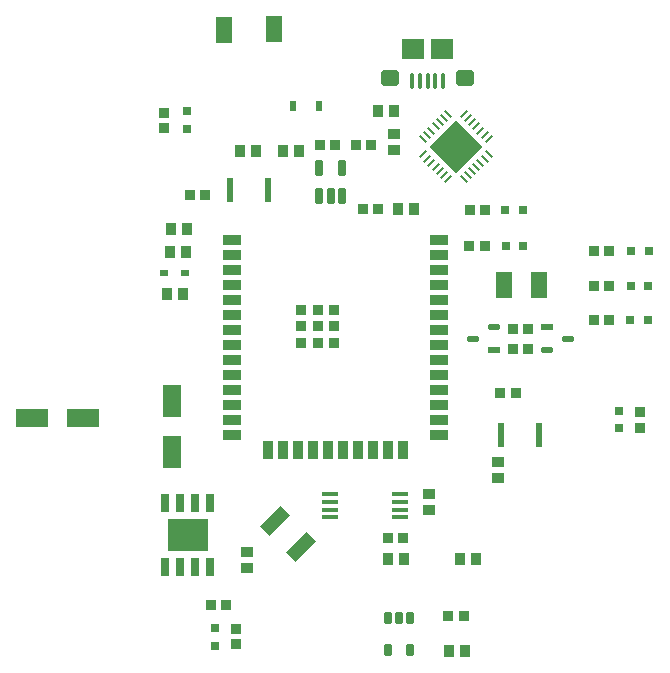
<source format=gtp>
G04*
G04 #@! TF.GenerationSoftware,Altium Limited,Altium Designer,23.0.1 (38)*
G04*
G04 Layer_Color=8421504*
%FSLAX25Y25*%
%MOIN*%
G70*
G04*
G04 #@! TF.SameCoordinates,07299077-2F5B-483E-86E5-57BC813F48C1*
G04*
G04*
G04 #@! TF.FilePolarity,Positive*
G04*
G01*
G75*
%ADD20R,0.03150X0.03150*%
%ADD21R,0.03150X0.03150*%
%ADD22R,0.03937X0.03543*%
%ADD23R,0.03347X0.03740*%
%ADD24R,0.06299X0.11024*%
%ADD25R,0.03543X0.03543*%
%ADD26R,0.05906X0.03543*%
%ADD27R,0.03543X0.05906*%
%ADD28P,0.17427X4X360.0*%
%ADD29R,0.05512X0.08661*%
%ADD30R,0.03543X0.03937*%
G04:AMPARAMS|DCode=31|XSize=7.87mil|YSize=33.47mil|CornerRadius=0mil|HoleSize=0mil|Usage=FLASHONLY|Rotation=45.000|XOffset=0mil|YOffset=0mil|HoleType=Round|Shape=Round|*
%AMOVALD31*
21,1,0.02559,0.00787,0.00000,0.00000,135.0*
1,1,0.00787,0.00905,-0.00905*
1,1,0.00787,-0.00905,0.00905*
%
%ADD31OVALD31*%

G04:AMPARAMS|DCode=32|XSize=7.87mil|YSize=33.47mil|CornerRadius=0mil|HoleSize=0mil|Usage=FLASHONLY|Rotation=315.000|XOffset=0mil|YOffset=0mil|HoleType=Round|Shape=Round|*
%AMOVALD32*
21,1,0.02559,0.00787,0.00000,0.00000,45.0*
1,1,0.00787,-0.00905,-0.00905*
1,1,0.00787,0.00905,0.00905*
%
%ADD32OVALD32*%

%ADD33R,0.04154X0.02057*%
G04:AMPARAMS|DCode=34|XSize=41.54mil|YSize=20.57mil|CornerRadius=10.29mil|HoleSize=0mil|Usage=FLASHONLY|Rotation=0.000|XOffset=0mil|YOffset=0mil|HoleType=Round|Shape=RoundedRectangle|*
%AMROUNDEDRECTD34*
21,1,0.04154,0.00000,0,0,0.0*
21,1,0.02098,0.02057,0,0,0.0*
1,1,0.02057,0.01049,0.00000*
1,1,0.02057,-0.01049,0.00000*
1,1,0.02057,-0.01049,0.00000*
1,1,0.02057,0.01049,0.00000*
%
%ADD34ROUNDEDRECTD34*%
%ADD35R,0.11024X0.06299*%
%ADD36R,0.02461X0.03268*%
%ADD37R,0.03740X0.03347*%
%ADD38R,0.07480X0.07087*%
G04:AMPARAMS|DCode=39|XSize=62.99mil|YSize=55.12mil|CornerRadius=13.78mil|HoleSize=0mil|Usage=FLASHONLY|Rotation=180.000|XOffset=0mil|YOffset=0mil|HoleType=Round|Shape=RoundedRectangle|*
%AMROUNDEDRECTD39*
21,1,0.06299,0.02756,0,0,180.0*
21,1,0.03543,0.05512,0,0,180.0*
1,1,0.02756,-0.01772,0.01378*
1,1,0.02756,0.01772,0.01378*
1,1,0.02756,0.01772,-0.01378*
1,1,0.02756,-0.01772,-0.01378*
%
%ADD39ROUNDEDRECTD39*%
%ADD40O,0.01575X0.05315*%
%ADD41R,0.02165X0.07874*%
%ADD42R,0.03150X0.01968*%
G04:AMPARAMS|DCode=43|XSize=45.28mil|YSize=98.43mil|CornerRadius=0mil|HoleSize=0mil|Usage=FLASHONLY|Rotation=135.000|XOffset=0mil|YOffset=0mil|HoleType=Round|Shape=Rectangle|*
%AMROTATEDRECTD43*
4,1,4,0.05081,0.01879,-0.01879,-0.05081,-0.05081,-0.01879,0.01879,0.05081,0.05081,0.01879,0.0*
%
%ADD43ROTATEDRECTD43*%

%ADD44R,0.05512X0.01772*%
G04:AMPARAMS|DCode=45|XSize=23.62mil|YSize=39.37mil|CornerRadius=2.01mil|HoleSize=0mil|Usage=FLASHONLY|Rotation=0.000|XOffset=0mil|YOffset=0mil|HoleType=Round|Shape=RoundedRectangle|*
%AMROUNDEDRECTD45*
21,1,0.02362,0.03535,0,0,0.0*
21,1,0.01961,0.03937,0,0,0.0*
1,1,0.00402,0.00980,-0.01768*
1,1,0.00402,-0.00980,-0.01768*
1,1,0.00402,-0.00980,0.01768*
1,1,0.00402,0.00980,0.01768*
%
%ADD45ROUNDEDRECTD45*%
G04:AMPARAMS|DCode=46|XSize=53.15mil|YSize=23.62mil|CornerRadius=2.95mil|HoleSize=0mil|Usage=FLASHONLY|Rotation=90.000|XOffset=0mil|YOffset=0mil|HoleType=Round|Shape=RoundedRectangle|*
%AMROUNDEDRECTD46*
21,1,0.05315,0.01772,0,0,90.0*
21,1,0.04724,0.02362,0,0,90.0*
1,1,0.00591,0.00886,0.02362*
1,1,0.00591,0.00886,-0.02362*
1,1,0.00591,-0.00886,-0.02362*
1,1,0.00591,-0.00886,0.02362*
%
%ADD46ROUNDEDRECTD46*%
G04:AMPARAMS|DCode=47|XSize=61.02mil|YSize=23.62mil|CornerRadius=0.59mil|HoleSize=0mil|Usage=FLASHONLY|Rotation=90.000|XOffset=0mil|YOffset=0mil|HoleType=Round|Shape=RoundedRectangle|*
%AMROUNDEDRECTD47*
21,1,0.06102,0.02244,0,0,90.0*
21,1,0.05984,0.02362,0,0,90.0*
1,1,0.00118,0.01122,0.02992*
1,1,0.00118,0.01122,-0.02992*
1,1,0.00118,-0.01122,-0.02992*
1,1,0.00118,-0.01122,0.02992*
%
%ADD47ROUNDEDRECTD47*%
G36*
X68504Y22658D02*
X68504Y11988D01*
X55118Y11988D01*
Y22658D01*
X68504D01*
D02*
G37*
D20*
X215551Y112205D02*
D03*
X209646D02*
D03*
X209449Y100394D02*
D03*
X215354D02*
D03*
X173622Y113779D02*
D03*
X167717D02*
D03*
X167618Y125591D02*
D03*
X173524D02*
D03*
X215158Y88976D02*
D03*
X209252D02*
D03*
D21*
X61417Y152756D02*
D03*
Y158661D02*
D03*
X70866Y-13583D02*
D03*
Y-19488D02*
D03*
X205512Y52953D02*
D03*
Y58858D02*
D03*
D22*
X165354Y41634D02*
D03*
Y36319D02*
D03*
X130709Y151181D02*
D03*
Y145866D02*
D03*
X142126Y30906D02*
D03*
Y25591D02*
D03*
X81496Y11811D02*
D03*
Y6496D02*
D03*
D23*
X117717Y147244D02*
D03*
X122835D02*
D03*
X197047Y100394D02*
D03*
X202165D02*
D03*
X170079Y86221D02*
D03*
X175197D02*
D03*
Y79528D02*
D03*
X170079D02*
D03*
X202362Y112205D02*
D03*
X197244D02*
D03*
X202362Y88976D02*
D03*
X197244D02*
D03*
X165945Y64567D02*
D03*
X171063D02*
D03*
X161024Y125591D02*
D03*
X155905D02*
D03*
X155709Y113779D02*
D03*
X160827D02*
D03*
X67520Y130709D02*
D03*
X62402D02*
D03*
X153740Y-9449D02*
D03*
X148622D02*
D03*
X133661Y16535D02*
D03*
X128543D02*
D03*
X125197Y125984D02*
D03*
X120079D02*
D03*
X111024Y147244D02*
D03*
X105905D02*
D03*
X74606Y-5906D02*
D03*
X69488D02*
D03*
D24*
X56693Y45079D02*
D03*
Y62008D02*
D03*
D25*
X110650Y81378D02*
D03*
X105138D02*
D03*
X99626D02*
D03*
X110650Y86890D02*
D03*
X105138D02*
D03*
X99626D02*
D03*
X110650Y92402D02*
D03*
X105138D02*
D03*
X99626D02*
D03*
D26*
X145492Y115787D02*
D03*
Y110787D02*
D03*
Y105787D02*
D03*
Y100787D02*
D03*
Y95787D02*
D03*
Y90787D02*
D03*
Y85787D02*
D03*
Y80787D02*
D03*
Y75787D02*
D03*
Y70787D02*
D03*
Y65787D02*
D03*
Y60787D02*
D03*
Y55787D02*
D03*
Y50787D02*
D03*
X76595D02*
D03*
Y55787D02*
D03*
Y60787D02*
D03*
Y65787D02*
D03*
Y70787D02*
D03*
Y75787D02*
D03*
Y80787D02*
D03*
Y85787D02*
D03*
Y90787D02*
D03*
Y95787D02*
D03*
Y100787D02*
D03*
Y105787D02*
D03*
Y110787D02*
D03*
Y115787D02*
D03*
D27*
X133563Y45866D02*
D03*
X128563D02*
D03*
X123563D02*
D03*
X118563D02*
D03*
X113563D02*
D03*
X108563D02*
D03*
X103563D02*
D03*
X98563D02*
D03*
X93563D02*
D03*
X88563D02*
D03*
D28*
X151181Y146850D02*
D03*
D29*
X74016Y185827D02*
D03*
X178740Y100787D02*
D03*
X90551Y186221D02*
D03*
X167323Y100787D02*
D03*
D30*
X130610Y158661D02*
D03*
X125295D02*
D03*
X99016Y145276D02*
D03*
X93701D02*
D03*
X54921Y97638D02*
D03*
X60236D02*
D03*
X56102Y119291D02*
D03*
X61417D02*
D03*
X56004Y111811D02*
D03*
X61319D02*
D03*
X84646Y145276D02*
D03*
X79331D02*
D03*
X148819Y-21260D02*
D03*
X154134D02*
D03*
X128543Y9449D02*
D03*
X133858D02*
D03*
X152461D02*
D03*
X157776D02*
D03*
X137303Y125984D02*
D03*
X131988D02*
D03*
D31*
X148606Y157777D02*
D03*
X147214Y156385D02*
D03*
X145822Y154993D02*
D03*
X144430Y153601D02*
D03*
X143038Y152209D02*
D03*
X141646Y150817D02*
D03*
X140254Y149425D02*
D03*
X153756Y135924D02*
D03*
X155148Y137316D02*
D03*
X156540Y138707D02*
D03*
X157932Y140100D02*
D03*
X159324Y141491D02*
D03*
X160716Y142883D02*
D03*
X162108Y144275D02*
D03*
D32*
X140254D02*
D03*
X141646Y142883D02*
D03*
X143038Y141491D02*
D03*
X144430Y140100D02*
D03*
X145822Y138707D02*
D03*
X147214Y137316D02*
D03*
X148606Y135924D02*
D03*
X162108Y149425D02*
D03*
X160716Y150817D02*
D03*
X159324Y152209D02*
D03*
X157932Y153601D02*
D03*
X156540Y154993D02*
D03*
X155148Y156385D02*
D03*
X153756Y157777D02*
D03*
D33*
X181496Y86614D02*
D03*
X163779Y79134D02*
D03*
D34*
X181496D02*
D03*
X188390Y82874D02*
D03*
X163779Y86614D02*
D03*
X156886Y82874D02*
D03*
D35*
X26969Y56299D02*
D03*
X10039D02*
D03*
D36*
X96801Y160236D02*
D03*
X105561D02*
D03*
D37*
X53937Y158071D02*
D03*
Y152953D02*
D03*
X77953Y-13976D02*
D03*
Y-19094D02*
D03*
X212598Y53150D02*
D03*
Y58268D02*
D03*
D38*
X137008Y179331D02*
D03*
X146457D02*
D03*
D39*
X129134Y169685D02*
D03*
X154331D02*
D03*
D40*
X141732Y168799D02*
D03*
X144291D02*
D03*
X146850D02*
D03*
X136614D02*
D03*
X139173D02*
D03*
D41*
X166043Y50787D02*
D03*
X178839D02*
D03*
X75886Y132283D02*
D03*
X88681D02*
D03*
D42*
X61024Y104724D02*
D03*
X53937D02*
D03*
D43*
X90891Y22101D02*
D03*
X99660Y13332D02*
D03*
D44*
X109252Y31004D02*
D03*
Y28445D02*
D03*
Y25886D02*
D03*
Y23327D02*
D03*
X132480Y31004D02*
D03*
Y28445D02*
D03*
Y25886D02*
D03*
Y23327D02*
D03*
D45*
X136024Y-21063D02*
D03*
X128543D02*
D03*
X128543Y-10236D02*
D03*
X132283D02*
D03*
X136024D02*
D03*
D46*
X105709Y130315D02*
D03*
X113189D02*
D03*
X109449D02*
D03*
X105709Y139646D02*
D03*
X113189D02*
D03*
D47*
X54311Y6693D02*
D03*
X59311D02*
D03*
X64311D02*
D03*
X69311D02*
D03*
Y27953D02*
D03*
X64311D02*
D03*
X59311D02*
D03*
X54311D02*
D03*
M02*

</source>
